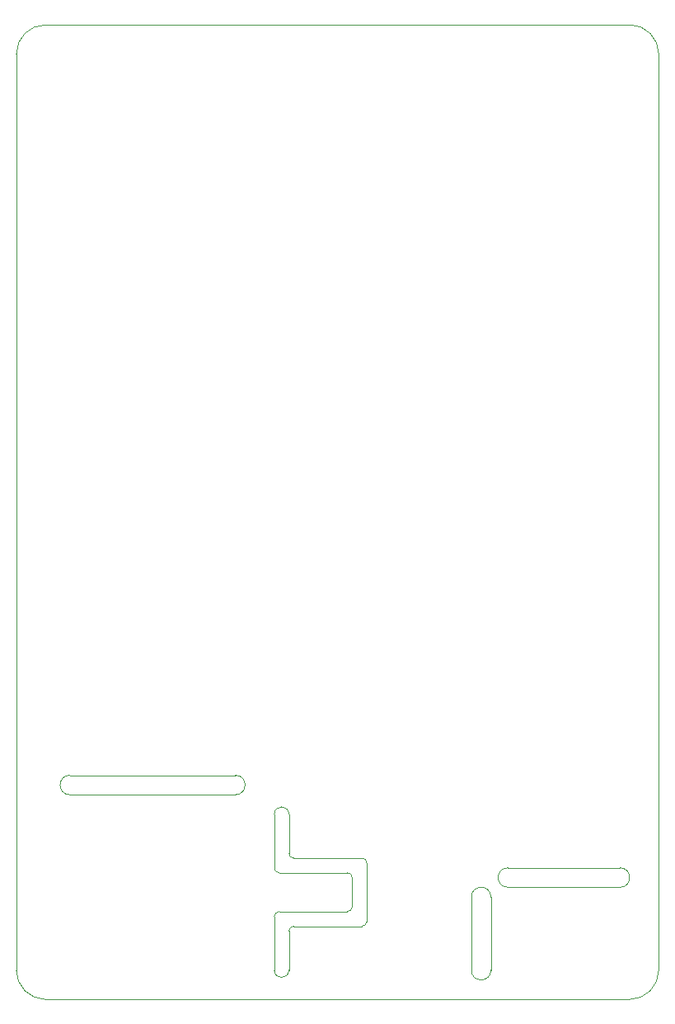
<source format=gbr>
%TF.GenerationSoftware,KiCad,Pcbnew,5.1.6-1.fc32*%
%TF.CreationDate,2021-02-06T18:10:13+01:00*%
%TF.ProjectId,acnode-nucleo144,61636e6f-6465-42d6-9e75-636c656f3134,rev?*%
%TF.SameCoordinates,Original*%
%TF.FileFunction,Profile,NP*%
%FSLAX46Y46*%
G04 Gerber Fmt 4.6, Leading zero omitted, Abs format (unit mm)*
G04 Created by KiCad (PCBNEW 5.1.6-1.fc32) date 2021-02-06 18:10:13*
%MOMM*%
%LPD*%
G01*
G04 APERTURE LIST*
%TA.AperFunction,Profile*%
%ADD10C,0.050000*%
%TD*%
G04 APERTURE END LIST*
D10*
X164500000Y-146500000D02*
X176000000Y-146500000D01*
X176000000Y-144500000D02*
X164500000Y-144500000D01*
X160750000Y-155000000D02*
X160750000Y-147500000D01*
X162750000Y-147500000D02*
X162750000Y-155000000D01*
X142000000Y-155000000D02*
G75*
G02*
X140500000Y-155000000I-750000J0D01*
G01*
X140500000Y-139000000D02*
G75*
G02*
X142000000Y-139000000I750000J0D01*
G01*
X119500000Y-137000000D02*
G75*
G02*
X119500000Y-135000000I0J1000000D01*
G01*
X136500000Y-135000000D02*
G75*
G02*
X136500000Y-137000000I0J-1000000D01*
G01*
X136500000Y-137000000D02*
X119500000Y-137000000D01*
X119500000Y-135000000D02*
X136500000Y-135000000D01*
X142000000Y-139000000D02*
X142000000Y-143000000D01*
X140500000Y-144500000D02*
X140500000Y-139000000D01*
X148000000Y-145000000D02*
X141000000Y-145000000D01*
X149500000Y-143500000D02*
X142500000Y-143500000D01*
X141000000Y-145000000D02*
G75*
G02*
X140500000Y-144500000I0J500000D01*
G01*
X142500000Y-143500000D02*
G75*
G02*
X142000000Y-143000000I0J500000D01*
G01*
X140500000Y-155000000D02*
X140500000Y-149500000D01*
X142000000Y-151000000D02*
X142000000Y-155000000D01*
X148000000Y-149000000D02*
X141000000Y-149000000D01*
X149500000Y-150500000D02*
X142500000Y-150500000D01*
X140500000Y-149500000D02*
G75*
G02*
X141000000Y-149000000I500000J0D01*
G01*
X142000000Y-151000000D02*
G75*
G02*
X142500000Y-150500000I500000J0D01*
G01*
X148500000Y-145500000D02*
X148500000Y-148500000D01*
X150000000Y-150000000D02*
X150000000Y-144000000D01*
X149500000Y-143500000D02*
G75*
G02*
X150000000Y-144000000I0J-500000D01*
G01*
X150000000Y-150000000D02*
G75*
G02*
X149500000Y-150500000I-500000J0D01*
G01*
X148500000Y-148500000D02*
G75*
G02*
X148000000Y-149000000I-500000J0D01*
G01*
X148000000Y-145000000D02*
G75*
G02*
X148500000Y-145500000I0J-500000D01*
G01*
X164500000Y-146500000D02*
G75*
G02*
X164500000Y-144500000I0J1000000D01*
G01*
X176000000Y-144500000D02*
G75*
G02*
X176000000Y-146500000I0J-1000000D01*
G01*
X162750000Y-155000000D02*
G75*
G02*
X160750000Y-155000000I-1000000J0D01*
G01*
X160750000Y-147500000D02*
G75*
G02*
X162750000Y-147500000I1000000J0D01*
G01*
X180000000Y-61000000D02*
X180000000Y-155000000D01*
X117000000Y-58000000D02*
X177000000Y-58000000D01*
X114000000Y-155000000D02*
X114000000Y-61000000D01*
X177000000Y-158000000D02*
X117000000Y-158000000D01*
X177000000Y-58000000D02*
G75*
G02*
X180000000Y-61000000I0J-3000000D01*
G01*
X180000000Y-155000000D02*
G75*
G02*
X177000000Y-158000000I-3000000J0D01*
G01*
X117000000Y-158000000D02*
G75*
G02*
X114000000Y-155000000I0J3000000D01*
G01*
X114000000Y-61000000D02*
G75*
G02*
X117000000Y-58000000I3000000J0D01*
G01*
M02*

</source>
